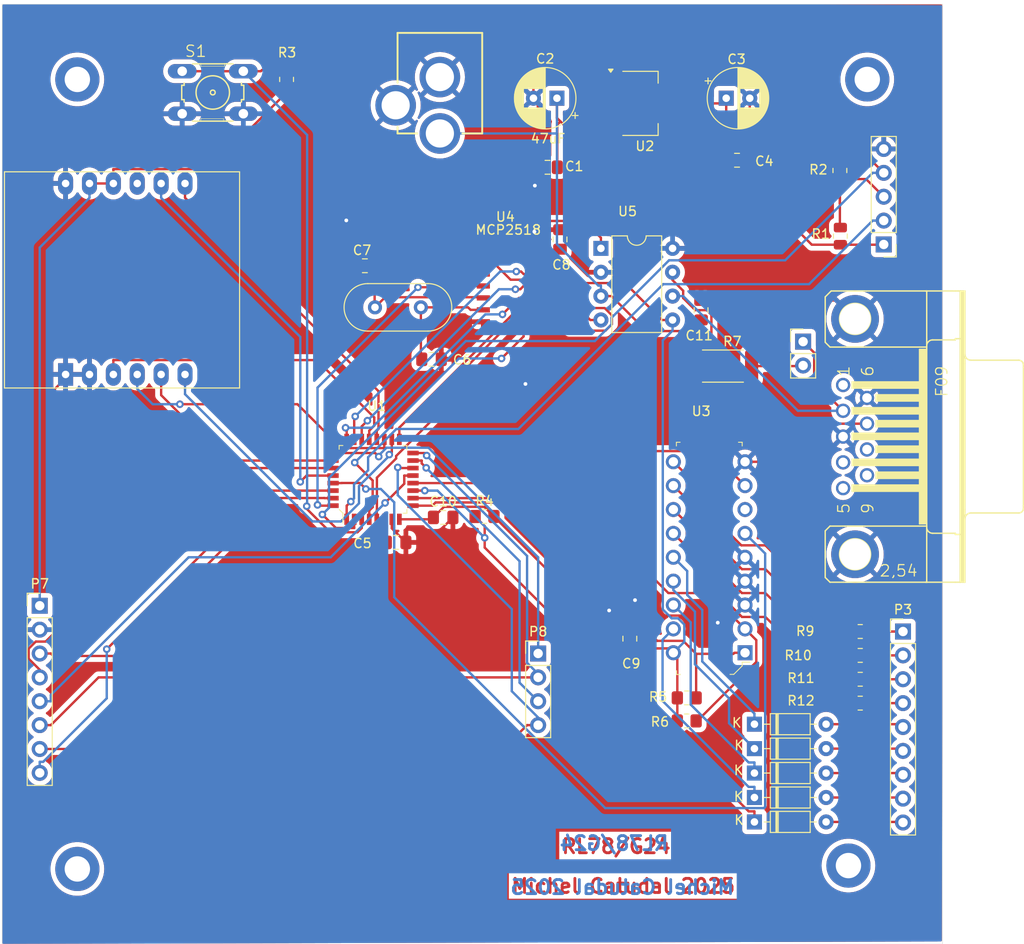
<source format=kicad_pcb>
(kicad_pcb (version 20240108) (generator "pcbnew") (generator_version "8.0")
  (title_block (date "2024-12-15"))
  (layers (0 "F.Cu" signal) (31 "B.Cu" signal) (34 "B.Paste" user) (35 "F.Paste" user) (36 "B.SilkS" user "B.Silkscreen") (37 "F.SilkS" user "F.Silkscreen") (38 "B.Mask" user) (39 "F.Mask" user) (44 "Edge.Cuts" user))
  (net 0 "")
  (net 1 "GND")
  (net 2 "+5V")
  (net 3 "+3.3V")
  (net 4 "Net-(P2-Pin_2)")
  (net 5 "Net-(S1-S)")
  (net 6 "Net-(P2-Pin_3)")
  (net 7 "Net-(P2-Pin_4)")
  (net 8 "Net-(D1-K)")
  (net 9 "Net-(D1-A)")
  (net 10 "Net-(D2-A)")
  (net 11 "Net-(D2-K)")
  (net 12 "Net-(D3-A)")
  (net 13 "Net-(D3-K)")
  (net 14 "Net-(D4-A)")
  (net 15 "Net-(D4-K)")
  (net 16 "Net-(U1-REGC)")
  (net 17 "Net-(U4-OSC1)")
  (net 18 "Net-(D5-K)")
  (net 19 "Net-(U4-OSC2)")
  (net 20 "Net-(D5-A)")
  (net 21 "Net-(P3-Pin_4)")
  (net 22 "Net-(P3-Pin_3)")
  (net 23 "Net-(P3-Pin_1)")
  (net 24 "Net-(P3-Pin_2)")
  (net 25 "Net-(P6-SLCK)")
  (net 26 "Net-(P6-CS)")
  (net 27 "Net-(P6-INT)")
  (net 29 "Net-(P6-MISO)")
  (net 30 "Net-(P6-MOSI)")
  (net 31 "Net-(P6-RESET)")
  (net 32 "Net-(P8-MISO)")
  (net 33 "/SCL")
  (net 34 "/SDA")
  (net 37 "Net-(U3-GP0)")
  (net 38 "Net-(U3-GP1)")
  (net 39 "Net-(U1-P17{slash}CCD01{slash}ANI27{slash}TI02{slash}TO02{slash}TRDIOA0{slash}TRDCLK{slash}TKB01)")
  (net 40 "Net-(U3-GP2)")
  (net 41 "Net-(U3-GP3)")
  (net 42 "Net-(U1-P12{slash}ANI22{slash}IVREF1{slash}TRDIOB1{slash}TKBO00{slash}SO11)")
  (net 43 "Net-(U1-P122{slash}X2{slash}EXCLK{slash}EXTCLKS{slash}INTP20)")
  (net 44 "Net-(U1-P31{slash}TI03{slash}PCLBUZ0{slash}INTP4{slash}TI03{slash}TO03)")
  (net 45 "Net-(U1-P11{slash}CCD07{slash}ANI21{slash}VCOUT3{slash}PGA0{slash}TRDIOC1{slash}SI11{slash}SDA11)")
  (net 46 "Net-(U1-P10{slash}CCDO6{slash}ANI20{slash}VCOUT2{slash}TRDIOD1{slash}SCK11{slash}SCL11)")
  (net 47 "Net-(U1-P121{slash}X1{slash}INTP21)")
  (net 48 "Net-(U1-P20{slash}ANI0{slash}AVREFP)")
  (net 49 "/MOSI")
  (net 50 "/LCD_RESET")
  (net 51 "/SCK")
  (net 52 "/LCD_A0")
  (net 53 "/LCD_LED")
  (net 54 "/LCD_CS")
  (net 55 "/SD_CS")
  (net 58 "Net-(U4-TXCAN)")
  (net 59 "Net-(U4-RXCAN)")
  (net 60 "Net-(U5-CANH)")
  (net 62 "Net-(JP1-A)")
  (net 65 "Net-(U1-P120{slash}ANI19{slash}IVCMP0{slash}PGAI0{slash}TRGIDZ{slash}TRGTRG)")
  (net 66 "Net-(JP1-B)")
  (footprint "MountingHole:MountingHole_2.7mm_M2.5_DIN965_Pad" (layer "F.Cu") (at 78 73)
    (property "Reference" "H1" (hide yes))
    (property "Value" "MountingHole" (hide yes))
  )
  (footprint "MountingHole:MountingHole_2.7mm_M2.5_DIN965_Pad" (layer "F.Cu") (at 162 73)
    (property "Reference" "H2" (hide yes))
    (property "Value" "MountingHole" (hide yes))
  )
  (footprint "MountingHole:MountingHole_2.7mm_M2.5_DIN965_Pad" (layer "F.Cu") (at 78 157)
    (property "Reference" "H3" (hide yes))
    (property "Value" "MountingHole" (hide yes))
  )
  (footprint "MountingHole:MountingHole_2.7mm_M2.5_DIN965_Pad" (layer "F.Cu") (at 159.997 156.643)
    (property "Reference" "H4" (hide yes))
    (property "Value" "MountingHole" (hide yes))
  )
  (footprint "catu:POWER_JACK_PTH" (layer "F.Cu") (at 116.55 65.05 180)
    (property "Reference" "P1" (hide yes))
    (property "Value" "POWER_JACKPTH" (hide yes))
  )
  (footprint "Capacitor_SMD:C_0805_2012Metric_Pad1.18x1.45mm_HandSolder" (layer "F.Cu") (at 128 82.35 180)
    (property "Reference" "C1")
    (property "Value" "0.1uF")
  )
  (footprint "Resistor_SMD:R_2512_6332Metric_Pad1.40x3.35mm_HandSolder" (layer "F.Cu") (at 146.65 103.5)
    (property "Reference" "R7")
    (property "Value" "120")
  )
  (footprint "Capacitor_SMD:C_0805_2012Metric_Pad1.18x1.45mm_HandSolder" (layer "F.Cu") (at 148.15 81.6)
    (property "Reference" "C4")
    (property "Value" "0.1uF")
  )
  (footprint "Diode_THT:D_DO-35_SOD27_P7.62mm_Horizontal" (layer "F.Cu") (at 150 149.4)
    (property "Reference" "D4" (hide yes))
    (property "Value" "1N4448" (hide yes))
  )
  (footprint "Crystal:Crystal_HC49-4H_Vertical" (layer "F.Cu") (at 109.65 97.25)
    (property "Reference" "Y2" (hide yes))
    (property "Value" "4Mhz")
  )
  (footprint "Capacitor_THT:CP_Radial_D6.3mm_P2.50mm" (layer "F.Cu") (at 147 75)
    (property "Reference" "C3")
    (property "Value" "47uF")
  )
  (footprint "catu:SPI_to_eth" (layer "F.Cu") (at 80.8 92.85 90)
    (property "Reference" "P6" (hide yes))
    (property "Value" "SPI_to_eth")
  )
  (footprint "Resistor_SMD:R_0805_2012Metric" (layer "F.Cu") (at 161.25 139.36)
    (property "Reference" "R12")
    (property "Value" "10k")
  )
  (footprint "Diode_THT:D_DO-35_SOD27_P7.62mm_Horizontal" (layer "F.Cu") (at 150 152)
    (property "Reference" "D5" (hide yes))
    (property "Value" "1N4448" (hide yes))
  )
  (footprint "Diode_THT:D_DO-35_SOD27_P7.62mm_Horizontal" (layer "F.Cu") (at 150 144.2)
    (property "Reference" "D2" (hide yes))
    (property "Value" "1N4448" (hide yes))
  )
  (footprint "Resistor_SMD:R_0805_2012Metric_Pad1.20x1.40mm_HandSolder" (layer "F.Cu") (at 142.8 141.25 180)
    (property "Reference" "R6")
    (property "Value" "10k")
  )
  (footprint "catu:B3F-10XX" (layer "F.Cu") (at 92.4012 74.3894)
    (property "Reference" "S1")
    (property "Value" "10-XX")
  )
  (footprint "Resistor_SMD:R_0805_2012Metric" (layer "F.Cu") (at 159.0868 82.6882 90)
    (property "Reference" "R2")
    (property "Value" "10k")
  )
  (footprint "Resistor_SMD:R_0805_2012Metric_Pad1.20x1.40mm_HandSolder" (layer "F.Cu") (at 142.8 138.8 180)
    (property "Reference" "R5")
    (property "Value" "10k")
  )
  (footprint "Connector_PinHeader_2.54mm:PinHeader_1x08_P2.54mm_Vertical" (layer "F.Cu") (at 74 129)
    (property "Reference" "P7")
    (property "Value" "LCD-1.8")
  )
  (footprint "Capacitor_THT:CP_Radial_D6.3mm_P2.50mm" (layer "F.Cu") (at 129 75 180)
    (property "Reference" "C2")
    (property "Value" "47uF")
  )
  (footprint "Resistor_SMD:R_0805_2012Metric" (layer "F.Cu") (at 159.1376 89.6732 90)
    (property "Reference" "R1")
    (property "Value" "1k")
  )
  (footprint "catu:F09HP" (layer "F.Cu") (at 160.7 111 -90)
    (property "Reference" "P5" (hide yes))
    (property "Value" "F09HP" (hide yes))
  )
  (footprint "Capacitor_SMD:C_0805_2012Metric_Pad1.18x1.45mm_HandSolder" (layer "F.Cu") (at 116.9 119.6)
    (property "Reference" "C10")
    (property "Value" "0.1uF")
  )
  (footprint "Capacitor_SMD:C_0805_2012Metric_Pad1.18x1.45mm_HandSolder" (layer "F.Cu") (at 111.9 122.26)
    (property "Reference" "C5")
    (property "Value" "0.47uF")
  )
  (footprint "Package_DIP:DIP-8_W7.62mm" (layer "F.Cu") (at 133.675 90.975)
    (property "Reference" "U5")
    (property "Value" "MCP2562FD")
  )
  (footprint "Package_TO_SOT_SMD:SOT-223-3_TabPin2" (layer "F.Cu") (at 137.85 75.55)
    (property "Reference" "U2")
    (property "Value" "AMS1117-3.3")
  )
  (footprint "Capacitor_SMD:C_0805_2012Metric_Pad1.18x1.45mm_HandSolder" (layer "F.Cu") (at 108.575 92.825 180)
    (property "Reference" "C7")
    (property "Value" "22pF")
  )
  (footprint "Diode_THT:D_DO-35_SOD27_P7.62mm_Horizontal" (layer "F.Cu") (at 150 141.6)
    (property "Reference" "D1" (hide yes))
    (property "Value" "1N4448" (hide yes))
  )
  (footprint "Capacitor_SMD:C_0805_2012Metric_Pad1.18x1.45mm_HandSolder" (layer "F.Cu") (at 115.6625 102.775)
    (property "Reference" "C6")
    (property "Value" "22pF")
  )
  (footprint "Capacitor_SMD:C_0805_2012Metric_Pad1.18x1.45mm_HandSolder" (layer "F.Cu") (at 129.325 90.025 90)
    (property "Reference" "C8")
    (property "Value" "0.1uF")
  )
  (footprint "digikey-footprints:DIP-18_W7.62mm" (layer "F.Cu") (at 149 134 180)
    (property "Reference" "U3")
    (property "Value" "MCP23008-E_P")
  )
  (footprint "Resistor_SMD:R_0805_2012Metric_Pad1.20x1.40mm_HandSolder" (layer "F.Cu") (at 121.3 119.5)
    (property "Reference" "R4")
    (property "Value" "10k")
  )
  (footprint "Capacitor_SMD:C_0805_2012Metric_Pad1.18x1.45mm_HandSolder" (layer "F.Cu") (at 136.75 132.5 90)
    (property "Reference" "C9")
    (property "Value" "0.1uF")
  )
  (footprint "catu:MCP2518FD" (layer "F.Cu") (at 123.825 94.975)
    (property "Reference" "U4")
    (property "Value" "MCP2518")
  )
  (footprint "Connector_PinHeader_2.54mm:PinHeader_1x04_P2.54mm_Vertical" (layer "F.Cu") (at 127 134.08)
    (property "Reference" "P8")
    (property "Value" "SD_Connector")
  )
  (footprint "Resistor_SMD:R_0805_2012Metric" (layer "F.Cu") (at 161.25 134.28)
    (property "Reference" "R10")
    (property "Value" "10k")
  )
  (footprint "Resistor_SMD:R_0805_2012Metric" (layer "F.Cu") (at 161.25 136.82)
    (property "Reference" "R11")
    (property "Value" "10k")
  )
  (footprint "Diode_THT:D_DO-35_SOD27_P7.62mm_Horizontal" (layer "F.Cu") (at 150 146.8)
    (property "Reference" "D3" (hide yes))
    (property "Value" "1N4448" (hide yes))
  )
  (footprint "digikey-footprints:LQFP-32_7x7mm" (layer "F.Cu") (at 109.44 115.55)
    (property "Reference" "U1")
    (property "Value" "R7F101GB")
  )
  (footprint "Capacitor_SMD:C_0805_2012Metric_Pad1.18x1.45mm_HandSolder" (layer "F.Cu") (at 144.325 97.55 90)
    (property "Reference" "C11")
    (property "Value" "0.1uF")
  )
  (footprint "Connector_PinHeader_2.54mm:PinHeader_1x02_P2.54mm_Vertical" (layer "F.Cu") (at 155.177 100.898)
    (property "Reference" "JP1" (hide yes))
    (property "Value" "En term res")
  )
  (footprint "Connector_PinHeader_2.54mm:PinHeader_1x05_P2.54mm_Vertical" (layer "F.Cu") (at 163.75 90.56 180)
    (property "Reference" "P2" (hide yes))
    (property "Value" "E2 Lite")
  )
  (footprint "Connector_PinHeader_2.54mm:PinHeader_1x09_P2.54mm_Vertical" (layer "F.Cu") (at 165.8 131.74)
    (property "Reference" "P3")
    (property "Value" "Keypad")
  )
  (footprint "Resistor_SMD:R_0805_2012Metric_Pad1.20x1.40mm_HandSolder" (layer "F.Cu") (at 100.25 73 -90)
    (property "Reference" "R3")
    (property "Value" "4.7k")
  )
  (footprint "Resistor_SMD:R_0805_2012Metric" (layer "F.Cu") (at 161.25 131.74)
    (property "Reference" "R9")
    (property "Value" "10k")
  )
  (gr_line (start 70 65) (end 70 165) (stroke (width 0.05)) (layer "Edge.Cuts"))
  (gr_line (start 170 65) (end 170 165) (stroke (width 0.05)) (layer "Edge.Cuts"))
  (gr_line (start 70 65) (end 170 65) (stroke (width 0.05)) (layer "Edge.Cuts"))
  (gr_line (start 170 165) (end 70 165) (stroke (width 0.05)) (layer "Edge.Cuts"))
  (gr_text "RL78/G24" (at 135.3 154.6 0) (layer "F.Cu") (effects (font (size 1.5 1.5) (thickness 0.3))))
  (gr_text "Michel Catudal 2025" (at 136.05 158.825 0) (layer "F.Cu") (effects (font (size 1.5 1.5) (thickness 0.3))))
  (gr_text "Michel Catudal 2025\n" (at 135.95 158.95 0) (layer "B.Cu") (effects (font (size 1.5 1.5) (thickness 0.3)) (justify mirror)))
  (gr_text "RL78/G24" (at 135.075 154.275 0) (layer "B.Cu") (effects (font (size 1.5 1.5) (thickness 0.3)) (justify mirror)))
  (segment (start 77.95 76.65) (end 76.7 77.9) (width 0.25) (layer "F.Cu") (net 1))
  (segment (start 117.05 98.9) (end 117.165 98.785) (width 0.25) (layer "F.Cu") (net 1))
  (segment (start 156.75 113.68) (end 159.43 111) (width 0.25) (layer "F.Cu") (net 1))
  (segment (start 129.325 88.9875) (end 131.138 88.9875) (width 0.25) (layer "F.Cu") (net 1))
  (segment (start 149.5 75) (end 149.5 81.2875) (width 0.25) (layer "F.Cu") (net 1))
  (segment (start 72.39 131.54) (end 74 131.54) (width 0.25) (layer "F.Cu") (net 1))
  (segment (start 144.325 91.875) (end 144.325 96.5125) (width 0.25) (layer "F.Cu") (net 1))
  (segment (start 126.5 73.9) (end 127.15 73.25) (width 0.25) (layer "F.Cu") (net 1))
  (segment (start 117.165 98.785) (end 121.1707 98.785) (width 0.25) (layer "F.Cu") (net 1))
  (segment (start 116.7 99.3) (end 117.05 98.95) (width 0.25) (layer "F.Cu") (net 1))
  (segment (start 131.9 93.45) (end 131.965 93.515) (width 0.25) (layer "F.Cu") (net 1))
  (segment (start 126.9625 75.4625) (end 126.5 75) (width 0.25) (layer "F.Cu") (net 1))
  (segment (start 116.7 102.775) (end 116.7 99.3) (width 0.25) (layer "F.Cu") (net 1))
  (segment (start 131.138 88.9875) (end 131.55 89.4) (width 0.25) (layer "F.Cu") (net 1))
  (segment (start 149.188 81.6) (end 150.388 80.4) (width 0.25) (layer "F.Cu") (net 1))
  (segment (start 76.75 104.39) (end 79.29 104.39) (width 0.25) (layer "F.Cu") (net 1))
  (segment (start 111.44 120.762) (end 112.938 122.26) (width 0.25) (layer "F.Cu") (net 1))
  (segment (start 145.345 130.045) (end 138.945 130.045) (width 0.25) (layer "F.Cu") (net 1))
  (segment (start 89.15 76.65) (end 95.6524 76.65) (width 0.25) (layer "F.Cu") (net 1))
  (segment (start 76.75 77.95) (end 76.75 84.07) (width 0.25) (layer "F.Cu") (net 1))
  (segment (start 89.15 76.65) (end 77.95 76.65) (width 0.25) (layer "F.Cu") (net 1))
  (segment (start 71.9 131.05) (end 72.39 131.54) (width 0.25) (layer "F.Cu") (net 1))
  (segment (start 149 113.68) (end 156.75 113.68) (width 0.25) (layer "F.Cu") (net 1))
  (segment (start 144.25 91.6) (end 144.25 91.8) (width 0.25) (layer "F.Cu") (net 1))
  (segment (start 76.75 104.79) (end 71.9 109.64) (width 0.25) (layer "F.Cu") (net 1))
  (segment (start 117.05 98.95) (end 117.05 98.9) (width 0.25) (layer "F.Cu") (net 1))
  (segment (start 121.1707 98.785) (end 121.171 98.785) (width 0.25) (layer "F.Cu") (net 1))
  (segment (start 126.9625 82.35) (end 126.9625 75.4625) (width 0.25) (layer "F.Cu") (net 1))
  (segment (start 134.55 129.5) (end 134.7875 129.5) (width 0.25) (layer "F.Cu") (net 1))
  (segment (start 129.325 88.9875) (end 126.8125 88.9875) (width 0.25) (layer "F.Cu") (net 1))
  (segment (start 131.965 93.515) (end 133.675 93.515) (width 0.25) (layer "F.Cu") (net 1))
  (segment (start 144.325 96.5125) (end 158.735 96.5125) (width 0.25) (layer "F.Cu") (net 1))
  (segment (start 127.15 73.25) (end 134.7 73.25) (width 0.25) (layer "F.Cu") (net 1))
  (segment (start 131.9 93.4) (end 131.9 93.45) (width 0.25) (layer "F.Cu") (net 1))
  (segment (start 76.75 84.07) (end 76.75 104.39) (width 0.25) (layer "F.Cu") (net 1))
  (segment (start 126.65 84.3) (end 126.65 82.6625) (width 0.25) (layer "F.Cu") (net 1))
  (segment (start 126.8125 88.9875) (end 126.6 89.2) (width 0.25) (layer "F.Cu") (net 1))
  (segment (start 143.625 90.975) (end 144.25 91.6) (width 0.25) (layer "F.Cu") (net 1))
  (segment (start 71.9 109.64) (end 71.9 131.05) (width 0.25) (layer "F.Cu") (net 1))
  (segment (start 141.295 90.975) (end 143.625 90.975) (width 0.25) (layer "F.Cu") (net 1))
  (segment (start 131.55 93.05) (end 131.9 93.4) (width 0.25) (layer "F.Cu") (net 1))
  (segment (start 76.75 104.39) (end 76.75 104.79) (width 0.25) (layer "F.Cu") (net 1))
  (segment (start 138.945 130.045) (end 137.3 128.4) (width 0.25) (layer "F.Cu") (net 1))
  (segment (start 134.7875 129.5) (end 136.75 131.4625) (width 0.25) (layer "F.Cu") (net 1))
  (segment (start 126.5 75) (end 126.5 73.9) (width 0.25) (layer "F.Cu") (net 1))
  (segment (start 126.65 82.6625) (end 126.9625 82.35) (width 0.25) (layer "F.Cu") (net 1))
  (segment (start 150.388 80.4) (end 163.75 80.4) (width 0.25) (layer "F.Cu") (net 1))
  (segment (start 146.1 130.8) (end 145.345 130.045) (width 0.25) (layer "F.Cu") (net 1))
  (segment (start 131.55 89.4) (end 131.55 93.05) (width 0.25) (layer "F.Cu") (net 1))
  (segment (start 149.5 81.2875) (end 149.188 81.6) (width 0.25) (layer "F.Cu") (net 1))
  (segment (start 112.938 122.26) (end 115.278 122.26) (width 0.25) (layer "F.Cu") (net 1))
  (segment (start 144.25 91.8) (end 144.325 91.875) (width 0.25) (layer "F.Cu") (net 1))
  (segment (start 158.735 96.5125) (end 160.7 98.4778) (width 0.25) (layer "F.Cu") (net 1))
  (segment (start 115.278 122.26) (end 117.938 119.6) (width 0.25) (layer "F.Cu") (net 1))
  (segment (start 111.44 119.8) (end 111.44 120.762) (width 0.25) (layer "F.Cu") (net 1))
  (segment (start 76.7 77.9) (end 76.75 77.95) (width 0.25) (layer "F.Cu") (net 1))
  (via (at 146.1 130.8) (size 0.8) (drill 0.4) (layers "F.Cu" "B.Cu") (net 1))
  (via (at 137.3 128.4) (size 0.8) (drill 0.4) (layers "F.Cu" "B.Cu") (net 1))
  (via (at 125.65 105.4) (size 0.8) (drill 0.4) (layers "F.Cu" "B.Cu") (net 1))
  (via (at 126.6 89.2) (size 0.8) (drill 0.4) (layers "F.Cu" "B.Cu") (net 1))
  (via (at 134.55 129.5) (size 0.8) (drill 0.4) (layers "F.Cu" "B.Cu") (net 1))
  (via (at 106.6 88) (size 0.8) (drill 0.4) (layers "F.Cu" "B.Cu") (net 1))
  (via (at 126.65 84.3) (size 0.8) (drill 0.4) (layers "F.Cu" "B.Cu") (net 1))
  (segment (start 136.8 127.9) (end 136.15 127.9) (width 0.25) (layer "B.Cu") (net 1))
  (segment (start 136.15 127.9) (end 134.55 129.5) (width 0.25) (layer "B.Cu") (net 1))
  (segment (start 126.6 89.2) (end 126.6 84.35) (width 0.25) (layer "B.Cu") (net 1))
  (segment (start 147.12 130.8) (end 146.1 130.8) (width 0.25) (layer "B.Cu") (net 1))
  (segment (start 149 128.92) (end 147.12 130.8) (width 0.25) (layer "B.Cu") (net 1))
  (segment (start 137.3 128.4) (end 136.8 127.9) (width 0.25) (layer "B.Cu") (net 1))
  (segment (start 126.6 84.35) (end 126.65 84.3) (width 0.25) (layer "B.Cu") (net 1))
  (segment (start 129.375 77.475) (end 129.75 77.85) (width 0.25) (layer "F.Cu") (net 2))
  (segment (start 129 75) (end 129 77.1) (width 0.25) (layer "F.Cu") (net 2))
  (segment (start 129.0375 77.8125) (end 129.0375 82.35) (width 0.25) (layer "F.Cu") (net 2))
  (segment (start 134.8017 96.055) (end 138.5193 99.7726) (width 0.25) (layer "F.Cu") (net 2))
  (segment (start 143.1399 99.7726) (end 144.325 98.5875) (width 0.25) (layer "F.Cu") (net 2))
  (segment (start 138.5193 99.7726) (end 143.1399 99.7726) (width 0.25) (layer "F.Cu") (net 2))
  (segment (start 133.675 96.055) (end 134.8017 96.055) (width 0.25) (layer "F.Cu") (net 2))
  (segment (start 129.75 77.85) (end 134.7 77.85) (width 0.25) (layer "F.Cu") (net 2))
  (segment (start 129.375 77.475) (end 129.0375 77.8125) (width 0.25) (layer "F.Cu") (net 2))
  (segment (start 129 77.1) (end 129.375 77.475) (width 0.25) (layer "F.Cu") (net 2))
  (segment (start 129 78.75) (end 129 75) (width 0.25) (layer "B.Cu") (net 2))
  (segment (start 129 90.535) (end 129 78.75) (width 0.25) (layer "B.Cu") (net 2))
  (segment (start 133.675 96.055) (end 133.675 94.9283) (width 0.25) (layer "B.Cu") (net 2))
  (segment (start 133.675 94.9283) (end 133.3933 94.9283) (width 0.25) (layer "B.Cu") (net 2))
  (segment (start 133.3933 94.9283) (end 129 90.535) (width 0.25) (layer "B.Cu") (net 2))
  (segment (start 129 78.75) (end 116.55 78.75) (width 0.25) (layer "B.Cu") (net 2))
  (segment (start 163.724 90.5857) (end 163.75 90.56) (width 0.25) (layer "F.Cu") (net 3))
  (segment (start 134.7 75.55) (end 141 75.55) (width 0.25) (layer "F.Cu") (net 3))
  (segment (start 136.3583 93.8203) (end 142.2074 87.9712) (width 0.25) (layer "F.Cu") (net 3))
  (segment (start 131.9752 94.6644) (end 136.3583 94.6644) (width 0.25) (layer "F.Cu") (net 3))
  (segment (start 121.2714 118.4714) (end 122.3 119.5) (width 0.25) (layer "F.Cu") (net 3))
  (segment (start 115.762 119.7) (end 115.862 119.6) (width 0.25) (layer "F.Cu") (net 3))
  (segment (start 115.8625 119.6) (end 116.9911 118.4714) (width 0.25) (layer "F.Cu") (net 3))
  (segment (start 141.8 141.25) (end 141.8 138.8) (width 0.25) (layer "F.Cu") (net 3))
  (segment (start 142.2074 87.6472) (end 147.6833 82.1713) (width 0.25) (layer "F.Cu") (net 3))
  (segment (start 117.6311 91.7711) (end 100.25 74.39) (width 0.25) (layer "F.Cu") (net 3))
  (segment (start 81.83 84.07) (end 81.83 82.5433) (width 0.25) (layer "F.Cu") (net 3))
  (segment (start 116.9911 118.4714) (end 121.2714 118.4714) (width 0.25) (layer "F.Cu") (net 3))
  (segment (start 128.4758 91.165) (end 129.222 91.165) (width 0.25) (layer "F.Cu") (net 3))
  (segment (start 147.6833 82.1713) (end 156.098 90.5857) (width 0.25) (layer "F.Cu") (net 3))
  (segment (start 141.38 134) (end 140.9175 133.5375) (width 0.25) (layer "F.Cu") (net 3))
  (segment (start 136.3583 94.785) (end 136.3583 94.6644) (width 0.25) (layer "F.Cu") (net 3))
  (segment (start 115.7625 119.7) (end 115.8625 119.6) (width 0.25) (layer "F.Cu") (net 3))
  (segment (start 126.479 91.165) (end 125.8729 91.7711) (width 0.25) (layer "F.Cu") (net 3))
  (segment (start 125.8729 91.7711) (end 117.6311 91.7711) (width 0.25) (layer "F.Cu") (net 3))
  (segment (start 147.112 81.6) (end 147.6833 82.1713) (width 0.25) (layer "F.Cu") (net 3))
  (segment (start 136.3375 133.5375) (end 122.3 119.5) (width 0.25) (layer "F.Cu") (net 3))
  (segment (start 159.1376 90.5857) (end 163.724 90.5857) (width 0.25) (layer "F.Cu") (net 3))
  (segment (start 129.222 91.165) (end 129.325 91.0625) (width 0.25) (layer "F.Cu") (net 3))
  (segment (start 100.25 74.39) (end 92.0967 82.5433) (width 0.25) (layer "F.Cu") (net 3))
  (segment (start 115.662 119.8) (end 115.762 119.7) (width 0.25) (layer "F.Cu") (net 3))
  (segment (start 147 81.4875) (end 147.112 81.6) (width 0.25) (layer "F.Cu") (net 3))
  (segment (start 79.29 84.07) (end 81.83 84.07) (width 0.25) (layer "F.Cu") (net 3))
  (segment (start 141.8 138.8) (end 141.8 134.42) (width 0.25) (layer "F.Cu") (net 3))
  (segment (start 126.4793 91.165) (end 128.4758 91.165) (width 0.25) (layer "F.Cu") (net 3))
  (segment (start 140.9175 133.5375) (end 136.75 133.5375) (width 0.25) (layer "F.Cu") (net 3))
  (segment (start 115.762 119.7) (end 115.7625 119.7) (width 0.25) (layer "F.Cu") (net 3))
  (segment (start 92.0967 82.5433) (end 81.83 82.5433) (width 0.25) (layer "F.Cu") (net 3))
  (segment (start 146.45 75.55) (end 147 75) (width 0.25) (layer "F.Cu") (net 3))
  (segment (start 100.25 74) (end 100.25 74.39) (width 0.25) (layer "F.Cu") (net 3))
  (segment (start 147.1125 81.6) (end 147.112 81.6) (width 0.25) (layer "F.Cu") (net 3))
  (segment (start 136.3583 94.6644) (end 136.3583 93.8203) (width 0.25) (layer "F.Cu") (net 3))
  (segment (start 141 75.55) (end 146.45 75.55) (width 0.25) (layer "F.Cu") (net 3))
  (segment (start 128.4758 91.165) (end 131.9752 94.6644) (width 0.25) (layer "F.Cu") (net 3))
  (segment (start 136.75 133.5375) (end 136.3375 133.5375) (width 0.25) (layer "F.Cu") (net 3))
  (segment (start 126.479 91.165) (end 126.4793 91.165) (width 0.25) (layer "F.Cu") (net 3))
  (segment (start 112.24 119.8) (end 115.662 119.8) (width 0.25) (layer "F.Cu") (net 3))
  (segment (start 140.1683 98.595) (end 136.3583 94.785) (width 0.25) (layer "F.Cu") (net 3))
  (segment (start 141.295 98.595) (end 140.1683 98.595) (width 0.25) (layer "F.Cu") (net 3))
  (segment (start 141.8 134.42) (end 141.38 134) (width 0.25) (layer "F.Cu") (net 3))
  (segment (start 156.098 90.5857) (end 159.1376 90.5857) (width 0.25) (layer "F.Cu") (net 3))
  (segment (start 147 75) (end 147 81.4875) (width 0.25) (layer "F.Cu") (net 3))
  (segment (start 142.2074 87.9712) (end 142.2074 87.6472) (width 0.25) (layer "F.Cu") (net 3))
  (segment (start 142.5433 131.0016) (end 142.5433 132.8367) (width 0.25) (layer "B.Cu") (net 3))
  (segment (start 79.29 84.07) (end 79.29 85.5967) (width 0.25) (layer "B.Cu") (net 3))
  (segment (start 141.1959 130.3333) (end 141.875 130.3333) (width 0.25) (layer "B.Cu") (net 3))
  (segment (start 142.5433 132.8367) (end 141.38 134) (width 0.25) (layer "B.Cu") (net 3))
  (segment (start 74 90.8867) (end 79.29 85.5967) (width 0.25) (layer "B.Cu") (net 3))
  (segment (start 141.295 99.7217) (end 140.2533 100.7634) (width 0.25) (layer "B.Cu") (net 3))
  (segment (start 141.875 130.3333) (end 142.5433 131.0016) (width 0.25) (layer "B.Cu") (net 3))
  (segment (start 74 129) (end 74 90.8867) (width 0.25) (layer "B.Cu") (net 3))
  (segment (start 140.2533 129.3907) (end 141.1959 130.3333) (width 0.25) (layer "B.Cu") (net 3))
  (segment (start 141.295 98.595) (end 141.295 99.7217) (width 0.25) (layer "B.Cu") (net 3))
  (segment (start 140.2533 100.7634) (end 140.2533 129.3907) (width 0.25) (layer "B.Cu") (net 3))
  (segment (start 106.64 118.3581) (end 106.64 119.8) (width 0.25) (layer "F.Cu") (net 4))
  (segment (start 107.0798 117.9183) (end 106.64 118.3581) (width 0.25) (layer "F.Cu") (net 4))
  (via (at 107.0798 117.9183) (size 0.8) (drill 0.4) (layers "F.Cu" "B.Cu") (net 4))
  (segment (start 124.899 110.188) (end 111.9261 110.188) (width 0.25) (layer "B.Cu") (net 4))
  (segment (start 155.8083 94.785) (end 140.302 94.785) (width 0.25) (layer "B.Cu") (net 4))
  (segment (start 140.302 94.785) (end 124.899 110.188) (width 0.25) (layer "B.Cu") (net 4))
  (segment (start 163.75 88.02) (end 162.5733 88.02) (width 0.25) (layer "B.Cu") (net 4))
  (segment (start 107.4204 117.5777) (end 107.0798 117.9183) (width 0.25) (layer "B.Cu") (net 4))
  (segment (start 108.9185 113.1956) (end 108.9185 114.588) (width 0.25) (layer "B.Cu") (net 4))
  (segment (start 111.9261 110.188) (end 108.9185 113.1956) (width 0.25) (layer "B.Cu") (net 4))
  (segment (start 107.4204 116.0861) (end 107.4204 117.5777) (width 0.25) (layer "B.Cu") (net 4))
  (segment (start 162.5733 88.02) (end 155.8083 94.785) (width 0.25) (layer "B.Cu") (net 4))
  (segment (start 108.9185 114.588) (end 107.4204 116.0861) (width 0.25) (layer "B.Cu") (net 4))
  (segment (start 102.3938 118.4038) (end 102.3938 118.6857) (width 0.25) (layer "F.Cu") (net 5))
  (segment (start 95.6524 72.1288) (end 97.5031 72.1288) (width 0.25) (layer "F.Cu") (net 5))
  (segment (start 108.24 119.8) (end 108.24 120.7267) (width 0.25) (layer "F.Cu") (net 5))
  (segment (start 102.3938 118.6857) (end 104.8876 121.1795) (width 0.25) (layer "F.Cu") (net 5))
  (segment (start 97.6319 72) (end 97.5031 72.1288) (width 0.25) (layer "F.Cu") (net 5))
  (segment (start 100.25 72) (end 97.6319 72) (width 0.25) (layer "F.Cu") (net 5))
  (segment (start 95.6524 72.1288) (end 89.15 72.1288) (width 0.25) (layer "F.Cu") (net 5))
  (segment (start 107.7872 121.1795) (end 108.24 120.7267) (width 0.25) (layer "F.Cu") (net 5))
  (segment (start 104.8876 121.1795) (end 107.7872 121.1795) (width 0.25) (layer "F.Cu") (net 5))
  (via (at 102.3938 118.4038) (size 0.8) (drill 0.4) (layers "F.Cu" "B.Cu") (net 5))
  (segment (start 102.4324 78.9088) (end 102.4324 118.3652) (width 0.25) (layer "B.Cu") (net 5))
  (segment (start 95.6524 72.1288) (end 102.4324 78.9088) (width 0.25) (layer "B.Cu") (net 5))
  (segment (start 102.4324 118.3652) (end 102.3938 118.4038) (width 0.25) (layer "B.Cu") (net 5))
  (segment (start 159.087 86.1553) (end 159.087 83.6007) (width 0.25) (layer "F.Cu") (net 6))
  (segment (start 159.138 88.7607) (end 159.1378 88.7605) (width 0.25) (layer "F.Cu") (net 6))
  (segment (start 159.087 83.6007) (end 161.871 83.6007) (width 0.25) (layer "F.Cu") (net 6))
  (segment (start 159.0868 86.1551) (end 159.0868 83.6007) (width 0.25) (layer "F.Cu") (net 6))
  (segment (start 159.1376 88.7607) (end 159.1378 88.7605) (width 0.25) (layer "F.Cu") (net 6))
  (segment (start 159.1378 88.7605) (end 159.087 88.7099) (width 0.25) (layer "F.Cu") (net 6))
  (segment (start 159.087 88.7099) (end 159.087 86.1553) (width 0.25) (layer "F.Cu") (net 6))
  (segment (start 159.087 86.1553) (end 159.0868 86.1551) (width 0.25) (layer "F.Cu") (net 6))
  (segment (start 161.871 83.6007) (end 163.75 85.48) (width 0.25) (layer "F.Cu") (net 6))
  (segment (start 105.4959 120.7267) (end 107.44 120.7267) (width 0.25) (layer "F.Cu") (net 7))
  (segment (start 159.087 81.7757) (end 162.586 81.7757) (width 0.25) (layer "F.Cu") (net 7))
  (segment (start 159.087 81.7757) (end 159.0868 81.7757) (width 0.25) (layer "F.Cu") (net 7))
  (segment (start 107.44 119.8) (end 107.44 120.7267) (width 0.25) (layer "F.Cu") (net 7))
  (segment (start 104.0554 119.2862) (end 105.4959 120.7267) (width 0.25) (layer "F.Cu") (net 7))
  (segment (start 162.586 81.7757) (end 163.75 82.94) (width 0.25) (layer "F.Cu") (net 7))
  (via (at 104.0554 119.2862) (size 0.8) (drill 0.4) (layers "F.Cu" "B.Cu") (net 7))
  (segment (start 134.8017 98.3614) (end 134.8017 99.0618) (width 0.25) (layer "B.Cu") (net 7))
  (segment (start 153.2683 92.245) (end 140.9181 92.245) (width 0.25) (layer "B.Cu") (net 7))
  (segment (start 104.7636 115.384) (end 104.7636 118.578) (width 0.25) (layer "B.Cu") (net 7))
  (segment (start 104.7636 118.578) (end 104.0554 119.2862) (width 0.25) (layer "B.Cu") (net 7))
  (segment (start 162.5733 82.94) (end 153.2683 92.245) (width 0.25) (layer "B.Cu") (net 7))
  (segment (start 140.9181 92.245) (end 134.8017 98.3614) (width 0.25) (layer "B.Cu") (net 7))
  (segment (start 119.309 100.8386) (end 104.7636 115.384) (width 0.25) (layer "B.Cu") (net 7))
  (segment (start 133.0249 100.8386) (end 119.309 100.8386) (width 0.25) (layer "B.Cu") (net 7))
  (segment (start 163.75 82.94) (end 162.5733 82.94) (width 0.25) (layer "B.Cu") (net 7))
  (segment (start 134.8017 99.0618) (end 133.0249 100.8386) (width 0.25) (layer "B.Cu") (net 7))
  (segment (start 150 140.4733) (end 144.45 134.9233) (width 0.25) (layer "B.Cu") (net 8))
  (segment (start 150 141.6) (end 150 140.4733) (width 0.25) (layer "B.Cu") (net 8))
  (segment (start 144.45 129.45) (end 142.85 127.85) (width 0.25) (layer "B.Cu") (net 8))
  (segment (start 144.45 134.9233) (end 144.45 129.45) (width 0.25) (layer "B.Cu") (net 8))
  (segment (start 142.85 125.31) (end 141.38 123.84) (width 0.25) (layer "B.Cu") (net 8))
  (segment (start 142.85 127.85) (end 142.85 125.31) (width 0.25) (layer "B.Cu") (net 8))
  (segment (start 165.5 141.6) (end 165.8 141.9) (width 0.25) (layer "F.Cu") (net 9))
  (segment (start 157.62 141.6) (end 165.5 141.6) (width 0.25) (layer "F.Cu") (net 9))
  (segment (start 157.62 144.2) (end 165.56 144.2) (width 0.25) (layer "F.Cu") (net 10))
  (segment (start 165.56 144.2) (end 165.8 144.44) (width 0.25) (layer "F.Cu") (net 10))
  (segment (start 143.674 129.623009) (end 143.674 135.224) (width 0.25) (layer "B.Cu") (net 11))
  (segment (start 141.38 127.329009) (end 143.674 129.623009) (width 0.25) (layer "B.Cu") (net 11))
  (segment (start 147.2997 138.8497) (end 147.2997 141.4997) (width 0.25) (layer "B.Cu") (net 11))
  (segment (start 141.38 126.38) (end 141.38 127.329009) (width 0.25) (layer "B.Cu") (net 11))
  (segment (start 147.2997 141.4997) (end 150 144.2) (width 0.25) (layer "B.Cu") (net 11))
  (segment (start 143.674 135.224) (end 147.2997 138.8497) (width 0.25) (layer "B.Cu") (net 11))
  (segment (start 165.62 146.8) (end 165.8 146.98) (width 0.25) (layer "F.Cu") (net 12))
  (segment (start 157.62 146.8) (end 165.62 146.8) (width 0.25) (layer "F.Cu") (net 12))
  (segment (start 150 146.8) (end 150 145.6733) (width 0.25) (layer "B.Cu") (net 13))
  (segment (start 143.224 139.5135) (end 143.224 130.764) (width 0.25) (layer "B.Cu") (net 13))
  (segment (start 143.224 130.764) (end 141.38 128.92) (width 0.25) (layer "B.Cu") (net 13))
  (segment (start 150 145.6733) (end 149.3838 145.6733) (width 0.25) (layer "B.Cu") (net 13))
  (segment (start 149.3838 145.6733) (end 143.224 139.5135) (width 0.25) (layer "B.Cu") (net 13))
  (segment (start 165.68 149.4) (end 165.8 149.52) (width 0.25) (layer "F.Cu") (net 14))
  (segment (start 157.62 149.4) (end 165.68 149.4) (width 0.25) (layer "F.Cu") (net 14))
  (segment (start 140.2305 139.12) (end 140.2305 132.6095) (width 0.25) (layer "B.Cu") (net 15))
  (segment (start 140.2305 132.6095) (end 141.38 131.46) (width 0.25) (layer "B.Cu") (net 15))
  (segment (start 150 148.2733) (end 149.3838 148.2733) (width 0.25) (layer "B.Cu") (net 15))
  (segment (start 150 149.4) (end 150 148.2733) (width 0.25) (layer "B.Cu") (net 15))
  (segment (start 149.3838 148.2733) (end 140.2305 139.12) (width 0.25) (layer "B.Cu") (net 15))
  (segment (start 110.751 122.149) (end 110.862 122.26) (width 0.25) (layer "F.Cu") (net 16))
  (segment (start 110.64 122.038) (end 110.751 122.149) (width 0.25) (layer "F.Cu") (net 16))
  (segment (start 110.64 119.8) (end 110.64 122.038) (width 0.25) (layer "F.Cu") (net 16))
  (segment (start 110.7515 122.149) (end 110.8625 122.26) (width 0.25) (layer "F.Cu") (net 16))
  (segment (start 110.751 122.149) (end 110.7515 122.149) (width 0.25) (layer "F.Cu") (net 16))
  (segment (start 114.53 97.25) (end 114.53 102.68) (width 0.25) (layer "F.Cu") (net 17))
  (segment (start 114.53 97.25) (end 119.55 97.25) (width 0.25) (layer "F.Cu") (net 17))
  (segment (start 119.55 97.25) (end 119.815 97.515) (width 0.25) (layer "F.Cu") (net 17))
  (segment (start 121.1707 97.515) (end 121.171 97.515) (width 0.25) (layer "F.Cu") (net 17))
  (segment (start 119.815 97.515) (end 121.1707 97.515) (width 0.25) (layer "F.Cu") (net 17))
  (segment (start 114.53 102.68) (end 114.625 102.775) (width 0.25) (layer "F.Cu") (net 17))
  (segment (start 150 150.8733) (end 149.3838 150.8733) (width 0.25) (layer "F.Cu") (net 18))
  (segment (start 149.3838 150.8733) (end 121.3165 122.806) (width 0.25) (layer "F.Cu") (net 18))
  (segment (start 150 152) (end 150 150.8733) (width 0.25) (layer "F.Cu") (net 18))
  (segment (start 121.3165 122.806) (end 121.3165 121.7673) (width 0.25) (layer "F.Cu") (net 18))
  (segment (start 113.69 116.75) (end 114.9462 116.75) (width 0.25) (layer "F.Cu") (net 18))
  (segment (start 121.3165 121.7673) (end 121.3165 120.5165) (width 0.25) (layer "F.Cu") (net 18))
  (segment (start 121.3165 120.5165) (end 120.3 119.5) (width 0.25) (layer "F.Cu") (net 18))
  (via (at 121.3165 121.7673) (size 0.8) (drill 0.4) (layers "F.Cu" "B.Cu") (net 18))
  (via (at 114.9462 116.75) (size 0.8) (drill 0.4) (layers "F.Cu" "B.Cu") (net 18))
  (segment (start 114.9462 116.75) (end 116.2992 116.75) (width 0.25) (layer "B.Cu") (net 18))
  (segment (start 116.2992 116.75) (end 121.3165 121.7673) (width 0.25) (layer "B.Cu") (net 18))
  (segment (start 109.612 93.8365) (end 109.612 97.2125) (width 0.25) (layer "F.Cu") (net 19))
  (segment (start 109.6125 93.836) (end 109.6125 92.825) (width 0.25) (layer "F.Cu") (net 19))
  (segment (start 109.612 93.8365) (end 109.6125 93.836) (width 0.25) (layer "F.Cu") (net 19))
  (segment (start 109.612 97.2125) (end 109.65 97.25) (width 0.25) (layer "F.Cu") (net 19))
  (segment (start 110.725 96.175) (end 121.101 96.175) (width 0.25) (layer "F.Cu") (net 19))
  (segment (start 109.65 97.25) (end 110.725 96.175) (width 0.25) (layer "F.Cu") (net 19))
  (segment (start 121.1707 96.2447) (end 121.171 96.245) (width 0.25) (layer "F.Cu") (net 19))
  (segment (start 121.101 96.175) (end 121.1707 96.2447) (width 0.25) (layer "F.Cu") (net 19))
  (segment (start 109.612 92.825) (end 109.612 93.8365) (width 0.25) (layer "F.Cu") (net 19))
  (segment (start 121.1707 96.2447) (end 121.1707 96.245) (width 0.25) (layer "F.Cu") (net 19))
  (segment (start 165.74 152) (end 165.8 152.06) (width 0.25) (layer "F.Cu") (net 20))
  (segment (start 157.62 152) (end 165.74 152) (width 0.25) (layer "F.Cu") (net 20))
  (segment (start 162.162 139.36) (end 162.1625 139.36) (width 0.25) (layer "F.Cu") (net 21))
  (segment (start 162.1625 139.36) (end 165.8 139.36) (width 0.25) (layer "F.Cu") (net 21))
  (segment (start 162.1625 136.82) (end 165.8 136.82) (width 0.25) (layer "F.Cu") (net 22))
  (segment (start 162.162 136.82) (end 162.1625 136.82) (width 0.25) (layer "F.Cu") (net 22))
  (segment (start 162.162 131.74) (end 162.1625 131.74) (width 0.25) (layer "F.Cu") (net 23))
  (segment (start 162.1625 131.74) (end 165.8 131.74) (width 0.25) (layer "F.Cu") (net 23))
  (segment (start 162.1625 134.28) (end 165.8 134.28) (width 0.25) (layer "F.Cu") (net 24))
  (segment (start 162.162 134.28) (end 162.1625 134.28) (width 0.25) (layer "F.Cu") (net 24))
  (segment (start 101.4021 107.557) (end 88.904 107.557) (width 0.25) (layer "F.Cu") (net 25))
  (segment (start 106.0718 112.2267) (end 101.4021 107.557) (width 0.25) (layer "F.Cu") (net 25))
  (segment (start 110.64 112.2267) (end 106.0718 112.2267) (width 0.25) (layer "F.Cu") (net 25))
  (segment (start 110.64 111.3) (end 110.64 112.2267) (width 0.25) (layer "F.Cu") (net 25))
  (via (at 88.904 107.557) (size 0.8) (drill 0.4) (layers "F.Cu" "B.Cu") (net 25))
  (segment (start 84.37 104.39) (end 84.37 105.9167) (width 0.25) (layer "B.Cu") (net 25))
  (segment (start 88.904 107.557) (end 86.0103 107.557) (width 0.25) (layer "B.Cu") (net 25))
  (segment (start 86.0103 107.557) (end 84.37 105.9167) (width 0.25) (layer "B.Cu") (net 25))
  (segment (start 104.2633 113.55) (end 93.8694 113.55) (width 0.25) (layer "F.Cu") (net 26))
  (segment (start 93.8694 113.55) (end 86.91 106.5906) (width 0.25) (layer "F.Cu") (net 26))
  (segment (start 86.91 104.39) (end 86.91 105.9167) (width 0.25) (layer "F.Cu") (net 26))
  (segment (start 105.19 113.55) (end 104.2633 113.55) (width 0.25) (layer "F.Cu") (net 26))
  (segment (start 86.91 106.5906) (end 86.91 105.9167) (width 0.25) (layer "F.Cu") (net 26))
  (segment (start 111.44 112.6443) (end 111.1715 112.9128) (width 0.25) (layer "F.Cu") (net 27))
  (segment (start 111.44 111.3) (end 111.44 112.6443) (width 0.25) (layer "F.Cu") (net 27))
  (via (at 111.1715 112.9128) (size 0.8) (drill 0.4) (layers "F.Cu" "B.Cu") (net 27))
  (segment (start 102.9924 120.03) (end 106.0225 120.03) (width 0.25) (layer "B.Cu") (net 27))
  (segment (start 111.1715 113.0385) (end 111.1715 112.9128) (width 0.25) (layer "B.Cu") (net 27))
  (segment (start 89.45 106.4876) (end 102.9924 120.03) (width 0.25) (layer "B.Cu") (net 27))
  (segment (start 89.45 105.9167) (end 89.45 106.4876) (width 0.25) (layer "B.Cu") (net 27))
  (segment (start 106.0225 120.03) (end 107.9499 118.1026) (width 0.25) (layer "B.Cu") (net 27))
  (segment (start 107.9499 118.1026) (end 107.9499 116.2601) (width 0.25) (layer "B.Cu") (net 27))
  (segment (start 107.9499 116.2601) (end 111.1715 113.0385) (width 0.25) (layer "B.Cu") (net 27))
  (segment (start 89.45 104.39) (end 89.45 105.9167) (width 0.25) (layer "B.Cu") (net 27))
  (segment (start 109.84 111.3) (end 109.84 110.3733) (width 0.25) (layer "F.Cu") (net 29))
  (segment (start 109.84 110.3733) (end 110.0227 110.1906) (width 0.25) (layer "F.Cu") (net 29))
  (segment (start 89.45 84.07) (end 89.45 85.5967) (width 0.25) (layer "F.Cu") (net 29))
  (segment (start 110.0227 110.1906) (end 110.0227 106.1694) (width 0.25) (layer "F.Cu") (net 29))
  (segment (start 110.0227 106.1694) (end 89.45 85.5967) (width 0.25) (layer "F.Cu") (net 29))
  (segment (start 109.571 108.9699) (end 103.4644 102.8633) (width 0.25) (layer "F.Cu") (net 30))
  (segment (start 103.4644 102.8633) (end 81.83 102.8633) (width 0.25) (layer "F.Cu") (net 30))
  (segment (start 109.04 111.3) (end 109.04 110.3733) (width 0.25) (layer "F.Cu") (net 30))
  (segment (start 109.571 109.8423) (end 109.571 108.9699) (width 0.25) (layer "F.Cu") (net 30))
  (segment (start 109.04 110.3733) (end 109.571 109.8423) (width 0.25) (layer "F.Cu") (net 30))
  (segment (start 81.83 104.39) (end 81.83 102.8633) (width 0.25) (layer "F.Cu") (net 30))
  (segment (start 102.3677 115.15) (end 101.7056 115.8121) (width 0.25) (layer "F.Cu") (net 31))
  (segment (start 105.19 115.15) (end 102.3677 115.15) (width 0.25) (layer "F.Cu") (net 31))
  (via (at 101.7056 115.8121) (size 0.8) (drill 0.4) (layers "F.Cu" "B.Cu") (net 31))
  (segment (start 86.91 85.5967) (end 101.7056 100.3923) (width 0.25) (layer "B.Cu") (net 31))
  (segment (start 86.91 84.07) (end 86.91 85.5967) (width 0.25) (layer "B.Cu") (net 31))
  (segment (start 101.7056 100.3923) (end 101.7056 115.8121) (width 0.25) (layer "B.Cu") (net 31))
  (segment (start 114.6167 113.55) (end 114.6167 113.849) (width 0.25) (layer "F.Cu") (net 32))
  (segment (start 114.6167 113.849) (end 115.0933 114.3256) (width 0.25) (layer "F.Cu") (net 32))
  (segment (start 113.69 113.55) (end 114.6167 113.55) (width 0.25) (layer "F.Cu") (net 32))
  (via (at 115.0933 114.3256) (size 0.8) (drill 0.4) (layers "F.Cu" "B.Cu") (net 32))
  (segment (start 125.0236 124.2559) (end 125.0236 137.1836) (width 0.25) (layer "B.Cu") (net 32))
  (segment (start 115.0933 114.3256) (end 125.0236 124.2559) (width 0.25) (layer "B.Cu") (net 32))
  (segment (start 125.0236 137.1836) (end 127 139.16) (width 0.25) (layer "B.Cu") (net 32))
  (segment (start 124.9431 118.0099) (end 139.6632 132.73) (width 0.25) (layer "F.Cu") (net 33))
  (segment (start 115.7504 118.35) (end 116.0905 118.0099) (width 0.25) (layer "F.Cu") (net 33))
  (segment (start 142.4185 132.73) (end 143.8 134.1115) (width 0.25) (layer "F.Cu") (net 33))
  (segment (start 147.7618 134.1115) (end 147.8733 134) (width 0.25) (layer "F.Cu") (net 33))
  (segment (start 116.0905 118.0099) (end 124.9431 118.0099) (width 0.25) (layer "F.Cu") (net 33))
  (segment (start 143.8 134.1115) (end 147.7618 134.1115) (width 0.25) (layer "F.Cu") (net 33))
  (segment (start 113.69 118.35) (end 115.7504 118.35) (width 0.25) (layer "F.Cu") (net 33))
  (segment (start 143.8 134.1115) (end 143.8 138.8) (width 0.25) (layer "F.Cu") (net 33))
  (segment (start 149 134) (end 147.8733 134) (width 0.25) (layer "F.Cu") (net 33))
  (segment (start 139.6632 132.73) (end 142.4185 132.73) (width 0.25) (layer "F.Cu") (net 33))
  (segment (start 143.8 141.25) (end 143.924 141.25) (width 0.25) (layer "F.Cu") (net 34))
  (segment (start 149 131.46) (end 145.19 127.65) (width 0.25) (layer "F.Cu") (net 34))
  (segment (start 150.1976 132.6576) (end 149 131.46) (width 0.25) (layer "F.Cu") (net 34))
  (segment (start 130.75 117.55) (end 113.69 117.55) (width 0.25) (layer "F.Cu") (net 34))
  (segment (start 150.1976 134.9764) (end 150.1976 132.6576) (width 0.25) (layer "F.Cu") (net 34))
  (segment (start 145.19 127.65) (end 140.85 127.65) (width 0.25) (layer "F.Cu") (net 34))
  (segment (start 140.85 127.65) (end 130.75 117.55) (width 0.25) (layer "F.Cu") (net 34))
  (segment (start 143.924 141.25) (end 150.1976 134.9764) (width 0.25) (layer "F.Cu") (net 34))
  (segment (start 142.7948 116.7595) (end 142.7948 115.0948) (width 0.25) (layer "F.Cu") (net 37))
  (segment (start 142.7948 115.0948) (end 141.38 113.68) (width 0.25) (layer "F.Cu") (net 37))
  (segment (start 148.6053 122.57) (end 142.7948 116.7595) (width 0.25) (layer "F.Cu") (net 37))
  (segment (start 160.3375 131.74) (end 151.1675 122.57) (width 0.25) (layer "F.Cu") (net 37))
  (segment (start 151.1675 122.57) (end 148.6053 122.57) (width 0.25) (layer "F.Cu") (net 37))
  (segment (start 148.6725 125.11) (end 151.1675 125.11) (width 0.25) (layer "F.Cu") (net 38))
  (segment (start 145.3493 121.7868) (end 148.6725 125.11) (width 0.25) (layer "F.Cu") (net 38))
  (segment (start 141.38 116.22) (end 145.3493 120.1893) (width 0.25) (layer "F.Cu") (net 38))
  (segment (start 151.1675 125.11) (end 160.3375 134.28) (width 0.25) (layer "F.Cu") (net 38))
  (segment (start 145.3493 120.1893) (end 145.3493 121.7868) (width 0.25) (layer "F.Cu") (net 38))
  (segment (start 134.8435 98.0973) (end 134.0712 97.325) (width 0.25) (layer "F.Cu") (net 39))
  (segment (start 132.4984 97.325) (end 127.6084 92.435) (width 0.25) (layer "F.Cu") (net 39))
  (segment (start 134.0712 97.325) (end 132.4984 97.325) (width 0.25) (layer "F.Cu") (net 39))
  (segment (start 112.24 111.3) (end 112.24 110.0418) (width 0.25) (layer "F.Cu") (net 39))
  (segment (start 127.5015 96.9089) (end 130.3225 99.7299) (width 0.25) (layer "F.Cu") (net 39))
  (segment (start 127.6084 92.435) (end 126.4793 92.435) (width 0.25) (layer "F.Cu") (net 39))
  (segment (start 134.1614 99.7299) (end 134.8435 99.0478) (width 0.25) (layer "F.Cu") (net 39))
  (segment (start 125.3729 96.9089) (end 127.5015 96.9089) (width 0.25) (layer "F.Cu") (net 39))
  (segment (start 112.24 110.0418) (end 125.3729 96.9089) (width 0.25) (layer "F.Cu") (net 39))
  (segment (start 130.3225 99.7299) (end 134.1614 99.7299) (width 0.25) (layer "F.Cu") (net 39))
  (segment (start 134.8435 99.0478) (end 134.8435 98.0973) (width 0.25) (layer "F.Cu") (net 39))
  (segment (start 160.3375 136.82) (end 151.1675 127.65) (width 0.25) (layer "F.Cu") (net 40))
  (segment (start 142.7948 120.1748) (end 141.38 118.76) (width 0.25) (layer "F.Cu") (net 40))
  (segment (start 142.7948 121.7744) (end 142.7948 120.1748) (width 0.25) (layer "F.Cu") (net 40))
  (segment (start 151.1675 127.65) (end 148.6704 127.65) (width 0.25) (layer "F.Cu") (net 40))
  (segment (start 148.6704 127.65) (end 142.7948 121.7744) (width 0.25) (layer "F.Cu") (net 40))
  (segment (start 148.6725 130.19) (end 146.7247 128.2422) (width 0.25) (layer "F.Cu") (net 41))
  (segment (start 151.1675 130.19) (end 148.6725 130.19) (width 0.25) (layer "F.Cu") (net 41))
  (segment (start 160.3375 139.36) (end 151.1675 130.19) (width 0.25) (layer "F.Cu") (net 41))
  (segment (start 146.7247 126.6447) (end 141.38 121.3) (width 0.25) (layer "F.Cu") (net 41))
  (segment (start 146.7247 128.2422) (end 146.7247 126.6447) (width 0.25) (layer "F.Cu") (net 41))
  (segment (start 108.24 111.3) (end 108.24 109.9115) (width 0.25) (layer "F.Cu") (net 42))
  (segment (start 126.4793 94.975) (end 125.4541 94.975) (width 0.25) (layer "F.Cu") (net 42))
  (segment (start 125.4541 94.975) (end 125.103 95.3261) (width 0.25) (layer "F.Cu") (net 42))
  (segment (start 125.103 95.3261) (end 124.583 95.3261) (width 0.25) (layer "F.Cu") (net 42))
  (segment (start 108.24 109.9115) (end 108.8443 109.3072) (width 0.25) (layer "F.Cu") (net 42))
  (via (at 108.8443 109.3072) (size 0.8) (drill 0.4) (layers "F.Cu" "B.Cu") (net 42))
  (via (at 124.583 95.3261) (size 0.8) (drill 0.4) (layers "F.Cu" "B.Cu") (net 42))
  (segment (start 122.8254 95.3261) (end 124.583 95.3261) (width 0.25) (layer "B.Cu") (net 42))
  (segment (start 108.8443 109.3072) (end 122.8254 95.3261) (width 0.25) (layer "B.Cu") (net 42))
  (segment (start 109.04 118.8733) (end 109.4037 118.5096) (width 0.25) (layer "F.Cu") (net 43))
  (segment (start 109.04 119.8) (end 109.04 118.8733) (width 0.25) (layer "F.Cu") (net 43))
  (segment (start 126.4793 98.785) (end 125.4541 98.785) (width 0.25) (layer "F.Cu") (net 43))
  (segment (start 109.4037 118.5096) (end 109.4037 115.6754) (width 0.25) (layer "F.Cu") (net 43))
  (segment (start 125.4541 100.3437) (end 125.4541 98.785) (width 0.25) (layer "F.Cu") (net 43))
  (segment (start 123.1074 102.6904) (end 125.4541 100.3437) (width 0.25) (layer "F.Cu") (net 43))
  (segment (start 109.4037 115.6754) (end 107.495 113.7667) (width 0.25) (layer "F.Cu") (net 43))
  (via (at 107.495 113.7667) (size 0.8) (drill 0.4) (layers "F.Cu" "B.Cu") (net 43))
  (via (at 123.1074 102.6904) (size 0.8) (drill 0.4) (layers "F.Cu" "B.Cu") (net 43))
  (segment (start 118.5713 102.6904) (end 107.495 113.7667) (width 0.25) (layer "B.Cu") (net 43))
  (segment (start 123.1074 102.6904) (end 118.5713 102.6904) (width 0.25) (layer "B.Cu") (net 43))
  (segment (start 135.3316 115.95) (end 138.7341 112.5475) (width 0.25) (layer "F.Cu") (net 44))
  (segment (start 113.69 115.95) (end 135.3316 115.95) (width 0.25) (layer "F.Cu") (net 44))
  (segment (start 145.3275 112.5475) (end 149 116.22) (width 0.25) (layer "F.Cu") (net 44))
  (segment (start 138.7341 112.5475) (end 145.3275 112.5475) (width 0.25) (layer "F.Cu") (net 44))
  (segment (start 126.4793 93.705) (end 125.4541 93.705) (width 0.25) (layer "F.Cu") (net 45))
  (segment (start 125.1856 93.4365) (end 125.4541 93.705) (width 0.25) (layer "F.Cu") (net 45))
  (segment (start 124.6803 93.4365) (end 125.1856 93.4365) (width 0.25) (layer "F.Cu") (net 45))
  (segment (start 107.44 111.3) (end 107.44 108.9604) (width 0.25) (layer "F.Cu") (net 45))
  (segment (start 107.44 108.9604) (end 107.5468 108.8536) (width 0.25) (layer "F.Cu") (net 45))
  (via (at 124.6803 93.4365) (size 0.8) (drill 0.4) (layers "F.Cu" "B.Cu") (net 45))
  (via (at 107.5468 108.8536) (size 0.8) (drill 0.4) (layers "F.Cu" "B.Cu") (net 45))
  (segment (start 122.9639 93.4365) (end 124.6803 93.4365) (width 0.25) (layer "B.Cu") (net 45))
  (segment (start 107.5468 108.8536) (end 122.9639 93.4365) (width 0.25) (layer "B.Cu") (net 45))
  (segment (start 126.4793 96.245) (end 124.9582 96.245) (width 0.25) (layer "F.Cu") (net 46))
  (segment (start 106.64 111.3) (end 106.64 110.3733) (width 0.25) (layer "F.Cu") (net 46))
  (segment (start 106.5202 110.2535) (end 106.5202 110.061) (width 0.25) (layer "F.Cu") (net 46))
  (segment (start 124.9582 96.245) (end 123.2062 97.997) (width 0.25) (layer "F.Cu") (net 46))
  (segment (start 106.64 110.3733) (end 106.5202 110.2535) (width 0.25) (layer "F.Cu") (net 46))
  (via (at 123.2062 97.997) (size 0.8) (drill 0.4) (layers "F.Cu" "B.Cu") (net 46))
  (via (at 106.5202 110.061) (size 0.8) (drill 0.4) (layers "F.Cu" "B.Cu") (net 46))
  (segment (start 106.5202 110.061) (end 109.3188 110.061) (width 0.25) (layer "B.Cu") (net 46))
  (segment (start 121.3827 97.9971) (end 123.2062 97.9971) (width 0.25) (layer "B.Cu") (net 46))
  (segment (start 123.2062 97.9971) (end 123.2062 97.997) (width 0.25) (layer "B.Cu") (net 46))
  (segment (start 109.3188 110.061) (end 121.3827 97.9971) (width 0.25) (layer "B.Cu") (net 46))
  (segment (start 126.4793 97.515) (end 125.4541 97.515) (width 0.25) (layer "F.Cu") (net 47))
  (segment (start 125.4541 97.515) (end 119.1325 103.8366) (width 0.25) (layer "F.Cu") (net 47))
  (segment (start 111.8982 113.0674) (end 111.8982 113.3276) (width 0.25) (layer "F.Cu") (net 47))
  (segment (start 109.8554 115.3704) (end 109.8554 118.8579) (width 0.25) (layer "F.Cu") (net 47))
  (segment (start 109.8554 118.8579) (end 109.84 118.8733) (width 0.25) (layer "F.Cu") (net 47))
  (segment (start 109.84 119.8) (end 109.84 118.8733) (width 0.25) (layer "F.Cu") (net 47))
  (segment (start 119.1325 103.8366) (end 119.1325 105.8331) (width 0.25) (layer "F.Cu") (net 47))
  (segment (start 119.1325 105.8331) (end 111.8982 113.0674) (width 0.25) (layer "F.Cu") (net 47))
  (segment (start 111.8982 113.3276) (end 109.8554 115.3704) (width 0.25) (layer "F.Cu") (net 47))
  (segment (start 105.19 115.95) (end 106.1167 115.95) (width 0.25) (layer "F.Cu") (net 48))
  (segment (start 106.1307 115.936) (end 106.1167 115.95) (width 0.25) (layer "F.Cu") (net 48))
  (segment (start 108.0353 115.936) (end 106.1307 115.936) (width 0.25) (layer "F.Cu") (net 48))
  (segment (start 108.677 116.5777) (end 108.0353 115.936) (width 0.25) (layer "F.Cu") (net 48))
  (via (at 108.677 116.5777) (size 0.8) (drill 0.4) (layers "F.Cu" "B.Cu") (net 48))
  (segment (start 134.1328 150.5267) (end 111.6953 128.0892) (width 0.25) (layer "B.Cu") (net 48))
  (segment (start 151.1398 150.3949) (end 151.008 150.5267) (width 0.25) (layer "B.Cu") (net 48))
  (segment (start 110.2763 116.5777) (end 108.677 116.5777) (width 0.25) (layer "B.Cu") (net 48))
  (segment (start 111.6953 117.9967) (end 110.2763 116.5777) (width 0.25) (layer "B.Cu") (net 48))
  (segment (start 111.6953 128.0892) (end 111.6953 117.9967) (width 0.25) (layer "B.Cu") (net 48))
  (segment (start 151.008 150.5267) (end 134.1328 150.5267) (width 0.25) (layer "B.Cu") (net 48))
  (segment (start 151.1398 123.4398) (end 151.1398 150.3949) (width 0.25) (layer "B.Cu") (net 48))
  (segment (start 149 121.3) (end 151.1398 123.4398) (width 0.25) (layer "B.Cu") (net 48))
  (segment (start 127 136.62) (end 80.2567 136.62) (width 0.25) (layer "F.Cu") (net 49))
  (segment (start 74 141.7) (end 75.1767 141.7) (width 0.25) (layer "F.Cu") (net 49))
  (segment (start 114.8762 112.75) (end 115.1445 113.0183) (width 0.25) (layer "F.Cu") (net 49))
  (segment (start 80.2567 136.62) (end 75.1767 141.7) (width 0.25) (layer "F.Cu") (net 49))
  (segment (start 113.69 112.75) (end 114.8762 112.75) (width 0.25) (layer "F.Cu") (net 49))
  (via (at 115.1445 113.0183) (size 0.8) (drill 0.4) (layers "F.Cu" "B.Cu") (net 49))
  (segment (start 125.8233 123.6971) (end 125.8233 135.0756) (width 0.25) (layer "B.Cu") (net 49))
  (segment (start 125.8233 135.0756) (end 127 136.2523) (width 0.25) (layer "B.Cu") (net 49))
  (segment (start 127 136.2523) (end 127 136.62) (width 0.25) (layer "B.Cu") (net 49))
  (segment (start 115.1445 113.0183) (end 125.8233 123.6971) (width 0.25) (layer "B.Cu") (net 49))
  (segment (start 74.63 132.81) (end 73.5794 132.81) (width 0.25) (layer "F.Cu") (net 50))
  (segment (start 105.19 114.35) (end 93.09 114.35) (width 0.25) (layer "F.Cu") (net 50))
  (segment (start 74 135.8111) (end 74 136.62) (width 0.25) (layer "F.Cu") (net 50))
  (segment (start 72.8233 134.6344) (end 74 135.8111) (width 0.25) (layer "F.Cu") (net 50))
  (segment (start 72.8233 133.5661) (end 72.8233 134.6344) (width 0.25) (layer "F.Cu") (net 50))
  (segment (start 93.09 114.35) (end 74.63 132.81) (width 0.25) (layer "F.Cu") (net 50))
  (segment (start 73.5794 132.81) (end 72.8233 133.5661) (width 0.25) (layer "F.Cu") (net 50))
  (segment (start 125.8233 141.7) (end 123.2833 144.24) (width 0.25) (layer "F.Cu") (net 51))
  (segment (start 112.142 114.35) (end 112.0697 114.2777) (width 0.25) (layer "F.Cu") (net 51))
  (segment (start 127 141.7) (end 125.8233 141.7) (width 0.25) (layer "F.Cu") (net 51))
  (segment (start 113.69 114.35) (end 112.142 114.35) (width 0.25) (layer "F.Cu") (net 51))
  (segment (start 123.2833 144.24) (end 74 144.24) (width 0.25) (layer "F.Cu") (net 51))
  (via (at 112.0697 114.2777) (size 0.8) (drill 0.4) (layers "F.Cu" "B.Cu") (net 51))
  (segment (start 112.0697 117.2301) (end 124.197 129.3574) (width 0.25) (layer "B.Cu") (net 51))
  (segment (start 124.197 138.088) (end 127 140.891) (width 0.25) (layer "B.Cu") (net 51))
  (segment (start 112.0697 114.2777) (end 112.0697 117.2301) (width 0.25) (layer "B.Cu") (net 51))
  (segment (start 127 140.891) (end 127 141.7) (width 0.25) (layer "B.Cu") (net 51))
  (segment (start 124.197 129.3574) (end 124.197 138.088) (width 0.25) (layer "B.Cu") (net 51))
  (segment (start 113.69 115.15) (end 112.7633 115.15) (width 0.25) (layer "F.Cu") (net 52))
  (segment (start 112.7633 116.0149) (end 110.7236 118.0546) (width 0.25) (layer "F.Cu") (net 52))
  (segment (start 112.7633 115.15) (end 112.7633 116.0149) (width 0.25) (layer "F.Cu") (net 52))
  (via (at 110.7236 118.0546) (size 0.8) (drill 0.4) (layers "F.Cu" "B.Cu") (net 52))
  (segment (start 74 139.16) (end 75.1767 139.16) (width 0.25) (layer "B.Cu") (net 52))
  (segment (start 89.8351 123.8397) (end 75.1767 138.4981) (width 0.25) (layer "B.Cu") (net 52))
  (segment (start 104.9385 123.8397) (end 89.8351 123.8397) (width 0.25) (layer "B.Cu") (net 52))
  (segment (start 75.1767 138.4981) (end 75.1767 139.16) (width 0.25) (layer "B.Cu") (net 52))
  (segment (start 110.7236 118.0546) (end 104.9385 123.8397) (width 0.25) (layer "B.Cu") (net 52))
  (segment (start 105.19 116.75) (end 97.9925 116.75) (width 0.25) (layer "F.Cu") (net 53))
  (segment (start 97.9925 116.75) (end 81.1262 133.6163) (width 0.25) (layer "F.Cu") (net 53))
  (via (at 81.1262 133.6163) (size 0.8) (drill 0.4) (layers "F.Cu" "B.Cu") (net 53))
  (segment (start 74.3677 145.6033) (end 81.1262 138.8448) (width 0.25) (layer "B.Cu") (net 53))
  (segment (start 81.1262 138.8448) (end 81.1262 133.6163) (width 0.25) (layer "B.Cu") (net 53))
  (segment (start 74 146.78) (end 74 145.6033) (width 0.25) (layer "B.Cu") (net 53))
  (segment (start 74 145.6033) (end 74.3677 145.6033) (width 0.25) (layer "B.Cu") (net 53))
  (segment (start 98.9073 117.5404) (end 104.2537 117.5404) (width 0.25) (layer "F.Cu") (net 54))
  (segment (start 82.1047 134.343) (end 98.9073 117.5404) (width 0.25) (layer "F.Cu") (net 54))
  (segment (start 104.2537 117.5404) (end 104.2633 117.55) (width 0.25) (layer "F.Cu") (net 54))
  (segment (start 105.19 117.55) (end 104.2633 117.55) (width 0.25) (layer "F.Cu") (net 54))
  (segment (start 75.1767 134.08) (end 75.4397 134.343) (width 0.25) (layer "F.Cu") (net 54))
  (segment (start 74 134.08) (end 75.1767 134.08) (width 0.25) (layer "F.Cu") (net 54))
  (segment (start 75.4397 134.343) (end 82.1047 134.343) (width 0.25) (layer "F.Cu") (net 54))
  (segment (start 109.6664 112.75) (end 110.049 113.1326) (width 0.25) (layer "F.Cu") (net 55))
  (segment (start 105.19 112.75) (end 109.6664 112.75) (width 0.25) (layer "F.Cu") (net 55))
  (via (at 110.049 113.1326) (size 0.8) (drill 0.4) (layers "F.Cu" "B.Cu") (net 55))
  (segment (start 110.8706 112.1861) (end 110.049 113.0077) (width 0.25) (layer "B.Cu") (net 55))
  (segment (start 115.34 112.1861) (end 110.8706 112.1861) (width 0.25) (layer "B.Cu") (net 55))
  (segment (start 110.049 113.0077) (end 110.049 113.1326) (width 0.25) (layer "B.Cu") (net 55))
  (segment (start 127 123.8461) (end 115.34 112.1861) (width 0.25) (layer "B.Cu") (net 55))
  (segment (start 127 134.08) (end 127 123.8461) (width 0.25) (layer "B.Cu") (net 55))
  (segment (start 121.1707 91.165) (end 122.1959 91.165) (width 0.25) (layer "F.Cu") (net 58))
  (segment (start 122.1959 91.165) (end 125.304 88.0569) (width 0.25) (layer "F.Cu") (net 58))
  (segment (start 133.675 90.975) (end 133.675 89.8483) (width 0.25) (layer "F.Cu") (net 58))
  (segment (start 131.8836 88.0569) (end 133.675 89.8483) (width 0.25) (layer "F.Cu") (net 58))
  (segment (start 125.304 88.0569) (end 131.8836 88.0569) (width 0.25) (layer "F.Cu") (net 58))
  (segment (start 121.1707 92.435) (end 122.1959 92.435) (width 0.25) (layer "F.Cu") (net 59))
  (segment (start 124.072 94.3111) (end 128.2644 94.3111) (width 0.25) (layer "F.Cu") (net 59))
  (segment (start 122.1959 92.435) (end 124.072 94.3111) (width 0.25) (layer "F.Cu") (net 59))
  (segment (start 133.675 98.595) (end 132.5483 98.595) (width 0.25) (layer "F.Cu") (net 59))
  (segment (start 128.2644 94.3111) (end 132.5483 98.595) (width 0.25) (layer "F.Cu") (net 59))
  (segment (start 145.4256 103.5) (end 145.4256 98.0443) (width 0.25) (layer "F.Cu") (net 60))
  (segment (start 145.4256 103.5) (end 143.6 103.5) (width 0.25) (layer "F.Cu") (net 60))
  (segment (start 145.4256 98.0443) (end 144.9313 97.55) (width 0.25) (layer "F.Cu") (net 60))
  (segment (start 161.97 109.6284) (end 151.554 109.6284) (width 0.25) (layer "F.Cu") (net 60))
  (segment (start 143.7113 97.55) (end 142.4217 96.2604) (width 0.25) (layer "F.Cu") (net 60))
  (segment (start 151.554 109.6284) (end 145.4256 103.5) (width 0.25) (layer "F.Cu") (net 60))
  (segment (start 142.4217 96.2604) (end 142.4217 95.4866) (width 0.25) (layer "F.Cu") (net 60))
  (segment (start 142.4217 95.4866) (end 141.295 94.3599) (width 0.25) (layer "F.Cu") (net 60))
  (segment (start 141.295 94.3599) (end 141.295 93.515) (width 0.25) (layer "F.Cu") (net 60))
  (segment (start 144.9313 97.55) (end 143.7113 97.55) (width 0.25) (layer "F.Cu") (net 60))
  (segment (start 156.351651 102.072651) (end 156.351651 105.178451) (width 0.25) (layer "F.Cu") (net 62))
  (segment (start 155.177 100.898) (end 156.351651 102.072651) (width 0.25) (layer "F.Cu") (net 62))
  (segment (start 156.351651 105.178451) (end 159.43 108.2568) (width 0.25) (layer "F.Cu") (net 62))
  (segment (start 142.4217 96.055) (end 154.6235 108.2568) (width 0.25) (layer "B.Cu") (net 62))
  (segment (start 141.295 96.055) (end 142.4217 96.055) (width 0.25) (layer "B.Cu") (net 62))
  (segment (start 154.6235 108.2568) (end 159.43 108.2568) (width 0.25) (layer "B.Cu") (net 62))
  (segment (start 121.1707 94.975) (end 120.1455 94.975) (width 0.25) (layer "F.Cu") (net 65))
  (segment (start 120.0087 95.1118) (end 120.1455 94.975) (width 0.25) (layer "F.Cu") (net 65))
  (segment (start 114.2199 95.1118) (end 120.0087 95.1118) (width 0.25) (layer "F.Cu") (net 65))
  (segment (start 105.19 118.35) (end 103.6221 118.35) (width 0.25) (layer "F.Cu") (net 65))
  (segment (start 103.6221 118.35) (end 103.5395 118.2674) (width 0.25) (layer "F.Cu") (net 65))
  (via (at 114.2199 95.1118) (size 0.8) (drill 0.4) (layers "F.Cu" "B.Cu") (net 65))
  (via (at 103.5395 118.2674) (size 0.8) (drill 0.4) (layers "F.Cu" "B.Cu") (net 65))
  (segment (start 114.2199 95.1118) (end 103.5395 105.7922) (width 0.25) (layer "B.Cu") (net 65))
  (segment (start 103.5395 105.7922) (end 103.5395 118.2674) (width 0.25) (layer "B.Cu") (net 65))
  (segment (start 149.7 103.5) (end 155.115 103.5) (width 0.25) (layer "F.Cu") (net 66))
  (segment (start 155.115 103.5) (end 155.177 103.438) (width 0.25) (layer "F.Cu") (net 66))
  (zone (net 1) (net_name "GND") (layer "F.Cu") (connect_pads (clearance 0.508)) (min_thickness 0.254) (fill yes (thermal_gap 0.508) (thermal_bridge_width 0.508))
    (polygon (pts (xy 169.926 164.719) (xy 69.977 164.973) (xy 70.3 64.65) (xy 170.125 64.875)))
  )
  (zone (net 1) (net_name "GND") (layer "B.Cu") (connect_pads (clearance 0.508)) (min_thickness 0.254) (fill yes (thermal_gap 0.508) (thermal_bridge_width 0.508))
    (polygon (pts (xy 169.926 164.719) (xy 69.977 164.973) (xy 69.775 64.55) (xy 170.125 65.1)))
  )
)
</source>
